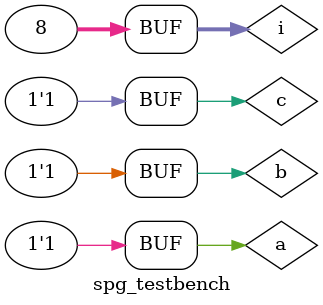
<source format=sv>
`timescale 1ns/10ps

module spg (
   output logic s,
   output logic p,
   output logic g,
   input  logic a,
   input  logic b,
   input  logic c
);

   parameter DELAY = 0.05;

   xor #DELAY sum (s, p, c);
   xor #DELAY pro (p, a, b);
   and #DELAY gen (g, a, b);
endmodule

module spg_testbench ();
   logic s, p, g;
   logic a, b, c;

   spg dut (.s, .p, .g, .a, .b, .c);

   integer i;
   initial begin
      for (i = 0; i < 8; i++) begin
         {a, b, c} = i; #10;
         assert({g, p} == a + b); assert(s == a ^ b ^ c);
      end
   end
endmodule

</source>
